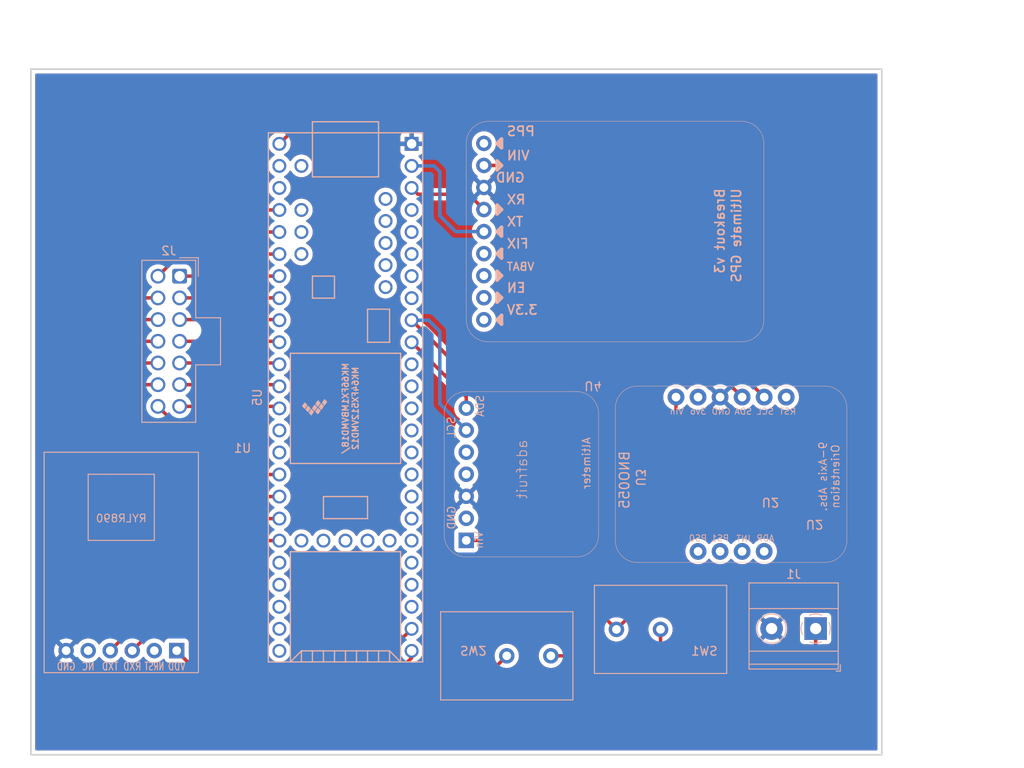
<source format=kicad_pcb>
(kicad_pcb (version 20211014) (generator pcbnew)
  (title_block (title "Ordinateur de bord de l'Espoir") (date "2022-06-01") (rev "3") (company "Top Aéro") (comment 1 "Projet Zéphyr") (comment 2 "Mohamed-iadh BANI & Théo TUGAYE") (comment 3 "<mohamed-iadh.bani@top-aero.com> <theo.tugaye@top-aero.com>"))
  (layers (0 "F.Cu" signal) (31 "B.Cu" signal) (34 "B.Paste" user) (35 "F.Paste" user) (36 "B.SilkS" user "B.Silkscreen") (37 "F.SilkS" user "F.Silkscreen") (38 "B.Mask" user) (39 "F.Mask" user) (44 "Edge.Cuts" user))
  (net 0 "")
  (net 1 "Net-(J1-Pad1)")
  (net 2 "GND")
  (net 3 "/A6")
  (net 4 "/A5")
  (net 5 "/A4")
  (net 6 "/A3")
  (net 7 "/A2")
  (net 8 "/A1")
  (net 9 "/A0")
  (net 10 "/A7")
  (net 11 "/A8")
  (net 12 "/A9")
  (net 13 "/A19")
  (net 14 "/A20")
  (net 15 "/A21")
  (net 16 "/A22")
  (net 17 "+5V")
  (net 18 "Net-(SW2-Pad1)")
  (net 20 "Net-(U1-Pad3)")
  (net 21 "Net-(U1-Pad4)")
  (net 24 "Net-(U2-Pad4)")
  (net 25 "Net-(U2-Pad5)")
  (net 35 "Net-(U4-Pad6)")
  (net 76 "Net-(U4-Pad5)")
  (footprint "common_misc:SW" (layer "B.Cu") (at 180.372 116.2395 180)
    (fp_text reference "SW1" (at 2.572 -7.585 unlocked) (layer "B.SilkS") (effects (justify mirror)))
    (fp_text value "SW_SPST")
    (fp_line (start 15.24 0) (end 15.24 -10.16) (layer "B.SilkS") (width 0.12))
    (fp_line (start 0 0) (end 15.24 0) (layer "B.SilkS") (width 0.12))
    (fp_line (start 15.24 -10.16) (end 0 -10.16) (layer "B.SilkS") (width 0.12))
    (fp_line (start 0 -10.16) (end 0 0) (layer "B.SilkS") (width 0.12))
    (pad "1" thru_hole circle (at 7.62 -5.08 90) (size 1.778 1.778) (drill 1) (layers *.Cu *.Mask) (net 1 "Net-(J1-Pad1)"))
    (pad "2" thru_hole circle (at 12.7 -5.08 90) (size 1.778 1.778) (drill 1) (layers *.Cu *.Mask) (net 17 "+5V"))
  )
  (footprint "common_misc:SW" (layer "B.Cu") (at 147.415 129.445)
    (fp_text reference "SW2" (at 3.772074 -5.707156 -180 unlocked) (layer "B.SilkS") (effects (justify mirror)))
    (fp_text value "SW_SPST")
    (fp_line (start 0 -10.16) (end 0 0) (layer "B.SilkS") (width 0.12))
    (fp_line (start 0 0) (end 15.24 0) (layer "B.SilkS") (width 0.12))
    (fp_line (start 15.24 -10.16) (end 0 -10.16) (layer "B.SilkS") (width 0.12))
    (fp_line (start 15.24 0) (end 15.24 -10.16) (layer "B.SilkS") (width 0.12))
    (pad "1" thru_hole circle (at 7.62 -5.08 270) (size 1.778 1.778) (drill 1) (layers *.Cu *.Mask) (net 18 "Net-(SW2-Pad1)"))
    (pad "2" thru_hole circle (at 12.7 -5.08 270) (size 1.778 1.778) (drill 1) (layers *.Cu *.Mask) (net 1 "Net-(J1-Pad1)"))
  )
  (footprint "TerminalBlock_Phoenix:TerminalBlock_Phoenix_MKDS-1,5-2-5.08_1x02_P5.08mm_Horizontal" (layer "B.Cu") (at 190.627 121.2245 180)
    (fp_text reference "J1" (at 2.54 6.26) (layer "B.SilkS") (effects (justify mirror)))
    (fp_text value "Screw_Terminal_01x02")
    (fp_line (start 4.046 -1.239) (end 4.011 -1.274) (layer "B.SilkS") (width 0.12))
    (fp_line (start -2.6 -4.1) (end 7.68 -4.1) (layer "B.SilkS") (width 0.12))
    (fp_line (start -2.84 -4.16) (end -2.84 -4.9) (layer "B.SilkS") (width 0.12))
    (fp_line (start 3.853 -1.023) (end 3.806 -1.069) (layer "B.SilkS") (width 0.12))
    (fp_line (start -2.6 -4.66) (end 7.68 -4.66) (layer "B.SilkS") (width 0.12))
    (fp_line (start -2.6 -2.6) (end 7.68 -2.6) (layer "B.SilkS") (width 0.12))
    (fp_line (start 7.68 5.261) (end 7.68 -4.66) (layer "B.SilkS") (width 0.12))
    (fp_line (start 6.355 1.069) (end 6.308 1.023) (layer "B.SilkS") (width 0.12))
    (fp_line (start -2.84 -4.9) (end -2.34 -4.9) (layer "B.SilkS") (width 0.12))
    (fp_line (start 6.15 1.275) (end 6.115 1.239) (layer "B.SilkS") (width 0.12))
    (fp_line (start -2.6 2.301) (end 7.68 2.301) (layer "B.SilkS") (width 0.12))
    (fp_line (start -2.6 5.261) (end -2.6 -4.66) (layer "B.SilkS") (width 0.12))
    (fp_line (start -2.6 5.261) (end 7.68 5.261) (layer "B.SilkS") (width 0.12))
    (fp_arc (start -1.535 0.684) (mid -1.680501 0.000524) (end -1.535427 -0.683042) (layer "B.SilkS") (width 0.12))
    (fp_arc (start 1.535 -0.684) (mid 1.6805 -0.000524) (end 1.535427 0.683042) (layer "B.SilkS") (width 0.12))
    (fp_arc (start 0.684 1.535) (mid 0.000524 1.680501) (end -0.683042 1.535427) (layer "B.SilkS") (width 0.12))
    (fp_arc (start 0 -1.68) (mid 0.349292 -1.643288) (end 0.683318 -1.534756) (layer "B.SilkS") (width 0.12))
    (fp_arc (start -0.684 -1.535) (mid -0.335551 -1.646659) (end 0.028805 -1.680253) (layer "B.SilkS") (width 0.12))
    (fp_circle (center 5.08 0) (end 6.76 0) (layer "B.SilkS") (width 0.12) (fill none))
    (pad "1" thru_hole rect (at 0 0 180) (size 2.6 2.6) (drill 1.3) (layers *.Cu *.Mask) (net 1 "Net-(J1-Pad1)"))
    (pad "2" thru_hole circle (at 5.08 0 180) (size 2.6 2.6) (drill 1.3) (layers *.Cu *.Mask) (net 2 "GND"))
  )
  (footprint "Adafruit_sensors:Ultimate_GPS" (layer "B.Cu") (at 164.973 75.484442)
    (fp_text reference "U4" (at 0 17.78 180 unlocked) (layer "B.SilkS") (effects (justify mirror)))
    (fp_text value "Ultimate_GPS")
    (fp_text user "Ultimate GPS" (at 17.145 -5.08 -90) (layer "B.SilkS") (effects (font (size 1.0795 1.0795) (thickness 0.1905)) (justify left bottom mirror)))
    (fp_text user "VBAT" (at -10.033 4.572 180) (layer "B.SilkS") (effects (font (size 0.90678 0.90678) (thickness 0.16002)) (justify right bottom mirror)))
    (fp_text user "GND" (at -11.303 -5.588 180) (layer "B.SilkS") (effects (font (size 1.0795 1.0795) (thickness 0.1905)) (justify right bottom mirror)))
    (fp_text user "Breakout v3" (at 15.24 -5.08 -90) (layer "B.SilkS") (effects (font (size 1.0795 1.0795) (thickness 0.1905)) (justify left bottom mirror)))
    (fp_text user "VIN" (at -10.033 -8.128 180) (layer "B.SilkS") (effects (font (size 1.0795 1.0795) (thickness 0.1905)) (justify right bottom mirror)))
    (fp_text user "FIX" (at -10.033 2.032 180) (layer "B.SilkS") (effects (font (size 1.0795 1.0795) (thickness 0.1905)) (justify right bottom mirror)))
    (fp_text user "PPS" (at -10.033 -10.922 180) (layer "B.SilkS") (effects (font (size 1.0795 1.0795) (thickness 0.1905)) (justify right bottom mirror)))
    (fp_text user "TX" (at -10.033 -0.508 180) (layer "B.SilkS") (effects (font (size 1.0795 1.0795) (thickness 0.1905)) (justify right bottom mirror)))
    (fp_text user "RX" (at -10.033 -3.048 180) (layer "B.SilkS") (effects (font (size 1.0795 1.0795) (thickness 0.1905)) (justify right bottom mirror)))
    (fp_text user "3.3V" (at -10.033 9.652 180) (layer "B.SilkS") (effects (font (size 1.0795 1.0795) (thickness 0.1905)) (justify right bottom mirror)))
    (fp_text user "EN" (at -10.033 7.112 180) (layer "B.SilkS") (effects (font (size 1.0795 1.0795) (thickness 0.1905)) (justify right bottom mirror)))
    (fp_line (start -11.049 8.128) (end -11.049 7.112) (layer "B.SilkS") (width 0.4064))
    (fp_line (start -11.049 5.588) (end -11.049 4.572) (layer "B.SilkS") (width 0.4064))
    (fp_line (start -10.541 -0.508) (end -10.541 0.508) (layer "B.SilkS") (width 0.4064))
    (fp_line (start -10.541 5.08) (end -11.049 5.588) (layer "B.SilkS") (width 0.4064))
    (fp_line (start -10.541 0.508) (end -11.049 0) (layer "B.SilkS") (width 0.4064))
    (fp_line (start -11.049 2.54) (end -10.541 2.032) (layer "B.SilkS") (width 0.4064))
    (fp_line (start -11.049 -7.112) (end -11.049 -8.128) (layer "B.SilkS") (width 0.4064))
    (fp_line (start -14.605 -10.16) (end -14.605 10.16) (layer "B.SilkS") (width 0.05))
    (fp_line (start -12.065 12.7) (end 17.145 12.7) (layer "B.SilkS") (width 0.05))
    (fp_line (start -10.541 -2.54) (end -11.049 -2.032) (layer "B.SilkS") (width 0.4064))
    (fp_line (start -11.049 0) (end -10.541 -0.508) (layer "B.SilkS") (width 0.4064))
    (fp_line (start -10.541 2.032) (end -10.541 3.048) (layer "B.SilkS") (width 0.4064))
    (fp_line (start -10.541 9.652) (end -10.541 10.668) (layer "B.SilkS") (width 0.4064))
    (fp_line (start -10.541 10.668) (end -11.049 10.16) (layer "B.SilkS") (width 0.4064))
    (fp_line (start -11.049 7.112) (end -10.541 7.62) (layer "B.SilkS") (width 0.4064))
    (fp_line (start -11.049 -8.128) (end -10.541 -7.62) (layer "B.SilkS") (width 0.4064))
    (fp_line (start -10.541 3.048) (end -11.049 2.54) (layer "B.SilkS") (width 0.4064))
    (fp_line (start -10.541 -9.652) (end -11.049 -10.16) (layer "B.SilkS") (width 0.4064))
    (fp_line (start -11.049 -10.16) (end -10.541 -10.668) (layer "B.SilkS") (width 0.4064))
    (fp_line (start -11.049 4.572) (end -10.541 5.08) (layer "B.SilkS") (width 0.4064))
    (fp_line (start 17.145 -12.7) (end -12.065 -12.7) (layer "B.SilkS") (width 0.05))
    (fp_line (start -10.541 7.62) (end -11.049 8.128) (layer "B.SilkS") (width 0.4064))
    (fp_line (start -11.049 -2.032) (end -11.049 -3.048) (layer "B.SilkS") (width 0.4064))
    (fp_line (start -10.541 -10.668) (end -10.541 -9.652) (layer "B.SilkS") (width 0.4064))
    (fp_line (start -10.541 -7.62) (end -11.049 -7.112) (layer "B.SilkS") (width 0.4064))
    (fp_line (start -11.049 -3.048) (end -10.541 -2.54) (layer "B.SilkS") (width 0.4064))
    (fp_line (start -11.049 10.16) (end -10.541 9.652) (layer "B.SilkS") (width 0.4064))
    (fp_line (start 19.685 10.16) (end 19.685 -10.16) (layer "B.SilkS") (width 0.05))
    (fp_arc (start -12.065 12.7) (mid -13.861051 11.956051) (end -14.605 10.16) (layer "B.SilkS") (width 0.05))
    (fp_arc (start 17.145 -12.7) (mid 18.941051 -11.956051) (end 19.685 -10.16) (layer "B.SilkS") (width 0.05))
    (fp_arc (start 19.685 10.16) (mid 18.941051 11.956051) (end 17.145 12.7) (layer "B.SilkS") (width 0.05))
    (fp_arc (start -14.605 -10.16) (mid -13.861051 -11.956051) (end -12.065 -12.7) (layer "B.SilkS") (width 0.05))
    (pad "1" thru_hole circle (at -12.573 10.16 180) (size 1.778 1.778) (drill 1) (layers *.Cu *.Mask))
    (pad "2" thru_hole circle (at -12.573 7.62 180) (size 1.778 1.778) (drill 1) (layers *.Cu *.Mask))
    (pad "3" thru_hole circle (at -12.573 5.08 180) (size 1.778 1.778) (drill 1) (layers *.Cu *.Mask))
    (pad "4" thru_hole circle (at -12.573 2.54 180) (size 1.778 1.778) (drill 1) (layers *.Cu *.Mask))
    (pad "5" thru_hole circle (at -12.573 0 180) (size 1.778 1.778) (drill 1) (layers *.Cu *.Mask) (net 76 "Net-(U4-Pad5)"))
    (pad "6" thru_hole circle (at -12.573 -2.54 180) (size 1.778 1.778) (drill 1) (layers *.Cu *.Mask) (net 35 "Net-(U4-Pad6)"))
    (pad "7" thru_hole circle (at -12.573 -5.08 180) (size 1.778 1.778) (drill 1) (layers *.Cu *.Mask) (net 2 "GND"))
    (pad "8" thru_hole circle (at -12.573 -7.62 180) (size 1.778 1.778) (drill 1) (layers *.Cu *.Mask) (net 17 "+5V"))
    (pad "9" thru_hole circle (at -12.573 -10.16 180) (size 1.778 1.778) (drill 1) (layers *.Cu *.Mask))
  )
  (footprint "teensy:Teensy35_36" (layer "B.Cu") (at 144.074067 95.854442 -90)
    (fp_text reference "U5" (at -1.27 17.78 90) (layer "B.SilkS") (effects (justify mirror)))
    (fp_text value "Teensy3.5")
    (fp_text user "MK64FX512VMD12" (at 0 6.477 90) (layer "B.SilkS") (effects (font (size 0.7 0.7)) (justify mirror)))
    (fp_text user "MK66FX1MBVMD18/" (at 0 7.62 90) (layer "B.SilkS") (effects (font (size 0.7 0.7)) (justify mirror)))
    (fp_line (start -33.02 11.43) (end -31.75 11.43) (layer "B.SilkS") (width 0.15))
    (fp_line (start -6.35 13.97) (end -6.35 1.27) (layer "B.SilkS") (width 0.15))
    (fp_line (start -33.02 3.81) (end -33.02 11.43) (layer "B.SilkS") (width 0.15))
    (fp_line (start 27.94 12.7) (end 29.21 12.7) (layer "B.SilkS") (width 0.15))
    (fp_line (start -6.35 1.27) (end 6.35 1.27) (layer "B.SilkS") (width 0.15))
    (fp_line (start 29.21 16.51) (end 29.21 -1.27) (layer "B.SilkS") (width 0.15))
    (fp_line (start 27.94 11.43) (end 29.21 11.43) (layer "B.SilkS") (width 0.15))
    (fp_line (start 27.94 7.62) (end 29.21 7.62) (layer "B.SilkS") (width 0.15))
    (fp_line (start -11.43 5.08) (end -7.62 5.08) (layer "B.SilkS") (width 0.15))
    (fp_line (start 27.94 2.54) (end 29.21 2.54) (layer "B.SilkS") (width 0.15))
    (fp_line (start 12.7 5.08) (end 10.16 5.08) (layer "B.SilkS") (width 0.15))
    (fp_line (start 27.94 8.89) (end 29.21 8.89) (layer "B.SilkS") (width 0.15))
    (fp_line (start 27.94 3.81) (end 29.21 3.81) (layer "B.SilkS") (width 0.15))
    (fp_line (start -26.67 11.43) (end -31.75 11.43) (layer "B.SilkS") (width 0.15))
    (fp_line (start 10.16 5.08) (end 10.16 10.16) (layer "B.SilkS") (width 0.15))
    (fp_line (start -12.7 11.43) (end -15.24 11.43) (layer "B.SilkS") (width 0.15))
    (fp_line (start 16.51 13.97) (end 16.51 1.27) (layer "B.SilkS") (width 0.15))
    (fp_line (start -31.75 3.81) (end -33.02 3.81) (layer "B.SilkS") (width 0.15))
    (fp_line (start -7.62 2.54) (end -11.43 2.54) (layer "B.SilkS") (width 0.15))
    (fp_line (start 29.21 13.97) (end 16.51 13.97) (layer "B.SilkS") (width 0.15))
    (fp_line (start -31.75 -1.27) (end -31.75 16.51) (layer "B.SilkS") (width 0.15))
    (fp_line (start 29.21 16.51) (end -31.75 16.51) (layer "B.SilkS") (width 0.15))
    (fp_line (start 27.94 5.08) (end 29.21 5.08) (layer "B.SilkS") (width 0.15))
    (fp_line (start 27.94 10.16) (end 29.21 10.16) (layer "B.SilkS") (width 0.15))
    (fp_line (start 6.35 1.27) (end 6.35 13.97) (layer "B.SilkS") (width 0.15))
    (fp_line (start 27.94 2.54) (end 27.94 12.7) (layer "B.SilkS") (width 0.15))
    (fp_line (start -31.75 -1.27) (end 29.21 -1.27) (layer "B.SilkS") (width 0.15))
    (fp_line (start -15.24 11.43) (end -15.24 8.89) (layer "B.SilkS") (width 0.15))
    (fp_line (start -11.43 2.54) (end -11.43 5.08) (layer "B.SilkS") (width 0.15))
    (fp_line (start -26.67 3.81) (end -31.75 3.81) (layer "B.SilkS") (width 0.15))
    (fp_line (start 27.94 12.7) (end 29.21 13.97) (layer "B.SilkS") (width 0.15))
    (fp_line (start 12.7 10.16) (end 12.7 5.08) (layer "B.SilkS") (width 0.15))
    (fp_line (start 27.94 6.35) (end 29.21 6.35) (layer "B.SilkS") (width 0.15))
    (fp_line (start -26.67 3.81) (end -26.67 11.43) (layer "B.SilkS") (width 0.15))
    (fp_line (start 16.51 1.27) (end 29.21 1.27) (layer "B.SilkS") (width 0.15))
    (fp_line (start 29.21 1.27) (end 27.94 2.54) (layer "B.SilkS") (width 0.15))
    (fp_line (start 10.16 10.16) (end 12.7 10.16) (layer "B.SilkS") (width 0.15))
    (fp_line (start -15.24 8.89) (end -12.7 8.89) (layer "B.SilkS") (width 0.15))
    (fp_line (start -7.62 5.08) (end -7.62 2.54) (layer "B.SilkS") (width 0.15))
    (fp_line (start -6.35 13.97) (end 6.35 13.97) (layer "B.SilkS") (width 0.15))
    (fp_line (start -12.7 8.89) (end -12.7 11.43) (layer "B.SilkS") (width 0.15))
    (fp_poly (pts (xy 0.508 11.811) (xy 0.762 11.557) (xy 0.381 11.303) (xy 0.127 11.557)) (layer "B.SilkS") (width 0.1) (fill solid))
    (fp_poly (pts (xy -0.508 11.049) (xy -0.254 10.795) (xy -0.635 10.541) (xy -0.889 10.795)) (layer "B.SilkS") (width 0.1) (fill solid))
    (fp_poly (pts (xy -0.254 12.573) (xy 0 12.319) (xy -0.381 12.065) (xy -0.635 12.319)) (layer "B.SilkS") (width 0.1) (fill solid))
    (fp_poly (pts (xy -0.127 10.668) (xy 0.127 10.414) (xy -0.254 10.16) (xy -0.508 10.414)) (layer "B.SilkS") (width 0.1) (fill solid))
    (fp_poly (pts (xy 0 11.43) (xy 0.254 11.176) (xy -0.127 10.922) (xy -0.381 11.176)) (layer "B.SilkS") (width 0.1) (fill solid))
    (fp_poly (pts (xy 0.127 12.192) (xy 0.381 11.938) (xy 0 11.684) (xy -0.254 11.938)) (layer "B.SilkS") (width 0.1) (fill solid))
    (fp_poly (pts (xy 0.381 11.049) (xy 0.635 10.795) (xy 0.254 10.541) (xy 0 10.795)) (layer "B.SilkS") (width 0.1) (fill solid))
    (fp_poly (pts (xy -0.635 10.287) (xy -0.381 10.033) (xy -0.762 9.779) (xy -1.016 10.033)) (layer "B.SilkS") (width 0.1) (fill solid))
    (pad "1" thru_hole rect (at -30.48 0 270) (size 1.6 1.6) (drill 1.1) (layers *.Cu *.Mask) (net 2 "GND"))
    (pad "2" thru_hole circle (at -27.94 0 270) (size 1.6 1.6) (drill 1.1) (layers *.Cu *.Mask) (net 76 "Net-(U4-Pad5)"))
    (pad "3" thru_hole circle (at -25.4 0 270) (size 1.6 1.6) (drill 1.1) (layers *.Cu *.Mask) (net 35 "Net-(U4-Pad6)"))
    (pad "4" thru_hole circle (at -22.86 0 270) (size 1.6 1.6) (drill 1.1) (layers *.Cu *.Mask))
    (pad "5" thru_hole circle (at -20.32 0 270) (size 1.6 1.6) (drill 1.1) (layers *.Cu *.Mask))
    (pad "6" thru_hole circle (at -17.78 0 270) (size 1.6 1.6) (drill 1.1) (layers *.Cu *.Mask))
    (pad "7" thru_hole circle (at -15.24 0 270) (size 1.6 1.6) (drill 1.1) (layers *.Cu *.Mask))
    (pad "8" thru_hole circle (at -12.7 0 270) (size 1.6 1.6) (drill 1.1) (layers *.Cu *.Mask))
    (pad "9" thru_hole circle (at -10.16 0 270) (size 1.6 1.6) (drill 1.1) (layers *.Cu *.Mask) (net 25 "Net-(U2-Pad5)"))
    (pad "10" thru_hole circle (at -7.62 0 270) (size 1.6 1.6) (drill 1.1) (layers *.Cu *.Mask) (net 24 "Net-(U2-Pad4)"))
    (pad "11" thru_hole circle (at -5.08 0 270) (size 1.6 1.6) (drill 1.1) (layers *.Cu *.Mask))
    (pad "12" thru_hole circle (at -2.54 0 270) (size 1.6 1.6) (drill 1.1) (layers *.Cu *.Mask))
    (pad "13" thru_hole circle (at 0 0 270) (size 1.6 1.6) (drill 1.1) (layers *.Cu *.Mask))
    (pad "14" thru_hole circle (at 2.54 0 270) (size 1.6 1.6) (drill 1.1) (layers *.Cu *.Mask))
    (pad "15" thru_hole circle (at 5.08 0 270) (size 1.6 1.6) (drill 1.1) (layers *.Cu *.Mask))
    (pad "16" thru_hole circle (at 7.62 0 270) (size 1.6 1.6) (drill 1.1) (layers *.Cu *.Mask))
    (pad "17" thru_hole circle (at 10.16 0 270) (size 1.6 1.6) (drill 1.1) (layers *.Cu *.Mask))
    (pad "18" thru_hole circle (at 12.7 0 270) (size 1.6 1.6) (drill 1.1) (layers *.Cu *.Mask))
    (pad "19" thru_hole circle (at 15.24 0 270) (size 1.6 1.6) (drill 1.1) (layers *.Cu *.Mask))
    (pad "20" thru_hole circle (at 17.78 0 270) (size 1.6 1.6) (drill 1.1) (layers *.Cu *.Mask))
    (pad "21" thru_hole circle (at 20.32 0 270) (size 1.6 1.6) (drill 1.1) (layers *.Cu *.Mask))
    (pad "22" thru_hole circle (at 22.86 0 270) (size 1.6 1.6) (drill 1.1) (layers *.Cu *.Mask))
    (pad "23" thru_hole circle (at 25.4 0 270) (size 1.6 1.6) (drill 1.1) (layers *.Cu *.Mask) (net 21 "Net-(U1-Pad4)"))
    (pad "24" thru_hole circle (at 27.94 0 270) (size 1.6 1.6) (drill 1.1) (layers *.Cu *.Mask) (net 20 "Net-(U1-Pad3)"))
    (pad "25" thru_hole circle (at 15.24 2.54 270) (size 1.6 1.6) (drill 1.1) (layers *.Cu *.Mask))
    (pad "26" thru_hole circle (at 15.24 5.08 270) (size 1.6 1.6) (drill 1.1) (layers *.Cu *.Mask))
    (pad "27" thru_hole circle (at 15.24 7.62 270) (size 1.6 1.6) (drill 1.1) (layers *.Cu *.Mask))
    (pad "28" thru_hole circle (at 15.24 10.16 270) (size 1.6 1.6) (drill 1.1) (layers *.Cu *.Mask))
    (pad "29" thru_hole circle (at 15.24 12.7 270) (size 1.6 1.6) (drill 1.1) (layers *.Cu *.Mask))
    (pad "30" thru_hole circle (at 27.94 15.24 270) (size 1.6 1.6) (drill 1.1) (layers *.Cu *.Mask))
    (pad "31" thru_hole circle (at 25.4 15.24 270) (size 1.6 1.6) (drill 1.1) (layers *.Cu *.Mask))
    (pad "32" thru_hole circle (at 22.86 15.24 270) (size 1.6 1.6) (drill 1.1) (layers *.Cu *.Mask))
    (pad "33" thru_hole circle (at 20.32 15.24 270) (size 1.6 1.6) (drill 1.1) (layers *.Cu *.Mask))
    (pad "34" thru_hole circle (at 17.78 15.24 270) (size 1.6 1.6) (drill 1.1) (layers *.Cu *.Mask))
    (pad "35" thru_hole circle (at 15.24 15.24 270) (size 1.6 1.6) (drill 1.1) (layers *.Cu *.Mask) (net 13 "/A19"))
    (pad "36" thru_hole circle (at 12.7 15.24 270) (size 1.6 1.6) (drill 1.1) (layers *.Cu *.Mask) (net 14 "/A20"))
    (pad "37" thru_hole circle (at 10.16 15.24 270) (size 1.6 1.6) (drill 1.1) (layers *.Cu *.Mask) (net 15 "/A21"))
    (pad "38" thru_hole circle (at 7.62 15.24 270) (size 1.6 1.6) (drill 1.1) (layers *.Cu *.Mask) (net 16 "/A22"))
    (pad "39" thru_hole circle (at 5.08 15.24 270) (size 1.6 1.6) (drill 1.1) (layers *.Cu *.Mask))
    (pad "40" thru_hole circle (at 2.54 15.24 270) (size 1.6 1.6) (drill 1.1) (layers *.Cu *.Mask))
    (pad "41" thru_hole circle (at 0 15.24 270) (size 1.6 1.6) (drill 1.1) (layers *.Cu *.Mask) (net 9 "/A0"))
    (pad "42" thru_hole circle (at -2.54 15.24 270) (size 1.6 1.6) (drill 1.1) (layers *.Cu *.Mask) (net 8 "/A1"))
    (pad "43" thru_hole circle (at -5.08 15.24 270) (size 1.6 1.6) (drill 1.1) (layers *.Cu *.Mask) (net 7 "/A2"))
    (pad "44" thru_hole circle (at -7.62 15.24 270) (size 1.6 1.6) (drill 1.1) (layers *.Cu *.Mask) (net 6 "/A3"))
    (pad "45" thru_hole circle (at -10.16 15.24 270) (size 1.6 1.6) (drill 1.1) (layers *.Cu *.Mask) (net 5 "/A4"))
    (pad "46" thru_hole circle (at -12.7 15.24 270) (size 1.6 1.6) (drill 1.1) (layers *.Cu *.Mask) (net 4 "/A5"))
    (pad "47" thru_hole circle (at -15.24 15.24 270) (size 1.6 1.6) (drill 1.1) (layers *.Cu *.Mask) (net 3 "/A6"))
    (pad "48" thru_hole circle (at -17.78 15.24 270) (size 1.6 1.6) (drill 1.1) (layers *.Cu *.Mask) (net 10 "/A7"))
    (pad "49" thru_hole circle (at -20.32 15.24 270) (size 1.6 1.6) (drill 1.1) (layers *.Cu *.Mask) (net 11 "/A8"))
    (pad "50" thru_hole circle (at -22.86 15.24 270) (size 1.6 1.6) (drill 1.1) (layers *.Cu *.Mask) (net 12 "/A9"))
    (pad "51" thru_hole circle (at -25.4 15.24 270) (size 1.6 1.6) (drill 1.1) (layers *.Cu *.Mask))
    (pad "52" thru_hole circle (at -27.94 15.24 270) (size 1.6 1.6) (drill 1.1) (layers *.Cu *.Mask))
    (pad "53" thru_hole circle (at -30.48 15.24 270) (size 1.6 1.6) (drill 1.1) (layers *.Cu *.Mask) (net 17 "+5V"))
    (pad "54" thru_hole circle (at -27.94 12.7 270) (size 1.6 1.6) (drill 1.1) (layers *.Cu *.Mask))
    (pad "55" thru_hole circle (at -22.86 12.7 270) (size 1.6 1.6) (drill 1.1) (layers *.Cu *.Mask))
    (pad "56" thru_hole circle (at -20.32 12.7 270) (size 1.6 1.6) (drill 1.1) (layers *.Cu *.Mask))
    (pad "57" thru_hole circle (at -17.78 12.7 270) (size 1.6 1.6) (drill 1.1) (layers *.Cu *.Mask))
    (pad "58" thru_hole circle (at -24.13 3 270) (size 1.6 1.6) (drill 1.1) (layers *.Cu *.Mask))
    (pad "59" thru_hole circle (at -21.59 3 270) (size 1.6 1.6) (drill 1.1) (layers *.Cu *.Mask))
    (pad "60" thru_hole circle (at -19.05 3 270) (size 1.6 1.6) (drill 1.1) (layers *.Cu *.Mask))
    (pad "61" thru_hole circle (at -16.51 3 270) (size 1.6 1.6) (drill 1.1) (layers *.Cu *.Mask))
    (pad "62" thru_hole circle (at -13.97 3 270) (size 1.6 1.6) (drill 1.1) (layers *.Cu *.Mask))
  )
  (footprint "reyax:RYLR896" (layer "B.Cu") (at 111.887 116.1445 180)
    (fp_text reference "U1" (at -12.7 15.7 unlocked) (layer "B.SilkS") (effects (justify mirror)))
    (fp_text value "REYAX RYLR896")
    (fp_text user "NC" (at 5.08 -9.441948) (layer "B.SilkS") (effects (font (size 0.89408 0.7) (thickness 0.12192)) (justify mirror)))
    (fp_text user "VDD" (at -5.12 -9.441948) (layer "B.SilkS") (effects (font (size 0.89408 0.7) (thickness 0.12192)) (justify mirror)))
    (fp_text user "GND" (at 7.62 -9.441948) (layer "B.SilkS") (effects (font (size 0.89408 0.7) (thickness 0.12192)) (justify mirror)))
    (fp_text user "RYLR890" (at 1.27 7.62) (layer "B.SilkS") (effects (font (size 0.89408 0.89408) (thickness 0.12192)) (justify mirror)))
    (fp_text user "TXD" (at 2.54 -9.441948) (layer "B.SilkS") (effects (font (size 0.89408 0.7) (thickness 0.12192)) (justify mirror)))
    (fp_text user "RXD" (at 0 -9.441948) (layer "B.SilkS") (effects (font (size 0.89408 0.7) (thickness 0.12192)) (justify mirror)))
    (fp_text user "NRST" (at -2.54 -9.441948) (layer "B.SilkS") (effects (font (size 0.89408 0.6) (thickness 0.12192)) (justify mirror)))
    (fp_line (start -2.54 5.08) (end -2.54 12.7) (layer "B.SilkS") (width 0.12))
    (fp_line (start 5.08 5.08) (end -2.54 5.08) (layer "B.SilkS") (width 0.12))
    (fp_line (start -2.54 12.7) (end 2.54 12.7) (layer "B.SilkS") (width 0.12))
    (fp_line (start 5.08 12.7) (end 5.08 5.08) (layer "B.SilkS") (width 0.12))
    (fp_line (start 2.54 12.7) (end 5.08 12.7) (layer "B.SilkS") (width 0.12))
    (fp_rect (start -7.62 15.24) (end 10.16 -10.16) (layer "B.SilkS") (width 0.12) (fill none))
    (pad "1" thru_hole rect (at -5.12 -7.62 90) (size 1.778 1.778) (drill 1) (layers *.Cu *.Mask) (net 18 "Net-(SW2-Pad1)"))
    (pad "2" thru_hole circle (at -2.54 -7.62 90) (size 1.778 1.778) (drill 1) (layers *.Cu *.Mask))
    (pad "3" thru_hole circle (at 0 -7.62 90) (size 1.778 1.778) (drill 1) (layers *.Cu *.Mask) (net 20 "Net-(U1-Pad3)"))
    (pad "4" thru_hole circle (at 2.54 -7.62 90) (size 1.778 1.778) (drill 1) (layers *.Cu *.Mask) (net 21 "Net-(U1-Pad4)"))
    (pad "5" thru_hole circle (at 5.08 -7.62 90) (size 1.778 1.778) (drill 1) (layers *.Cu *.Mask))
    (pad "6" thru_hole circle (at 7.62 -7.62 90) (size 1.778 1.778) (drill 1) (layers *.Cu *.Mask) (net 2 "GND"))
  )
  (footprint "Connector_Molex:Molex_Nano-Fit_105310-xx14_2x07_P2.50mm_Vertical" (layer "B.Cu") (at 117.345094 80.6245 180)
    (fp_text reference "J2" (at 1.25 2.92) (layer "B.SilkS") (effects (justify mirror)))
    (fp_text value "Conn_02x07_Top_Bottom")
    (fp_line (start 4.35 -7.5) (end 4.35 1.83) (layer "B.SilkS") (width 0.12))
    (fp_line (start 4.35 -7.5) (end 4.35 -16.83) (layer "B.SilkS") (width 0.12))
    (fp_line (start -1.85 -4.79) (end -4.71 -4.79) (layer "B.SilkS") (width 0.12))
    (fp_line (start 4.35 -16.83) (end -1.85 -16.83) (layer "B.SilkS") (width 0.12))
    (fp_line (start -1.85 -10.21) (end -4.71 -10.21) (layer "B.SilkS") (width 0.12))
    (fp_line (start -1.85 1.83) (end -1.85 -4.79) (layer "B.SilkS") (width 0.12))
    (fp_line (start -1.85 -16.83) (end -1.85 -10.21) (layer "B.SilkS") (width 0.12))
    (fp_line (start 0 2.13) (end -2.15 2.13) (layer "B.SilkS") (width 0.12))
    (fp_line (start -2.15 2.13) (end -2.15 0) (layer "B.SilkS") (width 0.12))
    (fp_line (start 4.35 1.83) (end -1.85 1.83) (layer "B.SilkS") (width 0.12))
    (fp_line (start -4.71 -4.79) (end -4.71 -7.5) (layer "B.SilkS") (width 0.12))
    (fp_line (start -4.71 -10.21) (end -4.71 -7.5) (layer "B.SilkS") (width 0.12))
    (pad "" np_thru_hole circle (at -1.34 -6.25 180) (size 1.3 1.3) (drill 1.3) (layers *.Cu *.Mask))
    (pad "1" thru_hole roundrect (at 0 0 180) (size 1.7 1.7) (drill 1.2) (layers *.Cu *.Mask) (roundrect_rratio 0.1470588235) (net 3 "/A6"))
    (pad "2" thru_hole circle (at 0 -2.5 180) (size 1.7 1.7) (drill 1.2) (layers *.Cu *.Mask) (net 4 "/A5"))
    (pad "3" thru_hole circle (at 0 -5 180) (size 1.7 1.7) (drill 1.2) (layers *.Cu *.Mask) (net 5 "/A4"))
    (pad "4" thru_hole circle (at 0 -7.5 180) (size 1.7 1.7) (drill 1.2) (layers *.Cu *.Mask) (net 6 "/A3"))
    (pad "5" thru_hole circle (at 0 -10 180) (size 1.7 1.7) (drill 1.2) (layers *.Cu *.Mask) (net 7 "/A2"))
    (pad "6" thru_hole circle (at 0 -12.5 180) (size 1.7 1.7) (drill 1.2) (layers *.Cu *.Mask) (net 8 "/A1"))
    (pad "7" thru_hole circle (at 0 -15 180) (size 1.7 1.7) (drill 1.2) (layers *.Cu *.Mask) (net 9 "/A0"))
    (pad "8" thru_hole circle (at 2.5 0 180) (size 1.7 1.7) (drill 1.2) (layers *.Cu *.Mask) (net 10 "/A7"))
    (pad "9" thru_hole circle (at 2.5 -2.5 180) (size 1.7 1.7) (drill 1.2) (layers *.Cu *.Mask) (net 11 "/A8"))
    (pad "10" thru_hole circle (at 2.5 -5 180) (size 1.7 1.7) (drill 1.2) (layers *.Cu *.Mask) (net 12 "/A9"))
    (pad "11" thru_hole circle (at 2.5 -7.5 180) (size 1.7 1.7) (drill 1.2) (layers *.Cu *.Mask) (net 13 "/A19"))
    (pad "12" thru_hole circle (at 2.5 -10 180) (size 1.7 1.7) (drill 1.2) (layers *.Cu *.Mask) (net 14 "/A20"))
    (pad "13" thru_hole circle (at 2.5 -12.5 180) (size 1.7 1.7) (drill 1.2) (layers *.Cu *.Mask) (net 15 "/A21"))
    (pad "14" thru_hole circle (at 2.5 -15 180) (size 1.7 1.7) (drill 1.2) (layers *.Cu *.Mask) (net 16 "/A22"))
  )
  (footprint "Adafruit_sensors:MPL3115A2" (layer "B.Cu") (at 152.654 103.8255 90)
    (fp_text reference "U3" (at 0 17.78 270 unlocked) (layer "B.SilkS") (effects (justify mirror)))
    (fp_text value "MPL3115A")
    (fp_text user "SCL" (at 5.781 -4.013 270) (layer "B.SilkS") (effects (font (size 0.89408 0.89408) (thickness 0.12192)) (justify mirror)))
    (fp_text user "GND" (at -4.619 -3.982 270) (layer "B.SilkS") (effects (font (size 0.89408 0.89408) (thickness 0.12192)) (justify mirror)))
    (fp_text user "Altimeter" (at 1.651 11.557 270) (layer "B.SilkS") (effects (font (size 0.89408 0.89408) (thickness 0.12192)) (justify mirror)))
    (fp_text user "SDA" (at 8.261 -0.7 270) (layer "B.SilkS") (effects (font (size 0.89408 0.89408) (thickness 0.12192)) (justify mirror)))
    (fp_text user "adafruit" (at 4.434 4.826 270) (layer "B.SilkS") (effects (font (size 1.1684 1.1684) (thickness 0.1016)) (justify left bottom mirror)))
    (fp_text user "Vin" (at -7.199 -0.818 270) (layer "B.SilkS") (effects (font (size 0.89408 0.89408) (thickness 0.12192)) (justify mirror)))
    (fp_line (start -9.144 -2.286) (end -9.144 10.414) (layer "B.SilkS") (width 0.05))
    (fp_line (start 9.906 10.414) (end 9.906 -2.286) (layer "B.SilkS") (width 0.05))
    (fp_line (start -6.604 12.954) (end 7.366 12.954) (layer "B.SilkS") (width 0.05))
    (fp_line (start 7.366 -4.826) (end -6.604 -4.826) (layer "B.SilkS") (width 0.05))
    (fp_arc (start 7.366 -4.826) (mid 9.162051 -4.082051) (end 9.906 -2.286) (layer "B.SilkS") (width 0.05))
    (fp_arc (start -9.144 -2.286) (mid -8.400051 -4.082051) (end -6.604 -4.826) (layer "B.SilkS") (width 0.05))
    (fp_arc (start 9.906 10.414) (mid 9.162051 12.210051) (end 7.366 12.954) (layer "B.SilkS") (width 0.05))
    (fp_arc (start -6.604 12.954) (mid -8.400051 12.210051) (end -9.144 10.414) (layer "B.SilkS") (width 0.05))
    (pad "1" thru_hole rect (at -7.239 -2.286) (size 1.778 1.778) (drill 1) (layers *.Cu *.Mask) (net 17 "+5V"))
    (pad "2" thru_hole circle (at -4.699 -2.286) (size 1.778 1.778) (drill 1) (layers *.Cu *.Mask))
    (pad "3" thru_hole circle (at -2.159 -2.286) (size 1.778 1.778) (drill 1) (layers *.Cu *.Mask) (net 2 "GND"))
    (pad "4" thru_hole circle (at 0.381 -2.286) (size 1.778 1.778) (drill 1) (layers *.Cu *.Mask))
    (pad "5" thru_hole circle (at 2.921 -2.286) (size 1.778 1.778) (drill 1) (layers *.Cu *.Mask))
    (pad "6" thru_hole circle (at 5.461 -2.286) (size 1.778 1.778) (drill 1) (layers *.Cu *.Mask))
    (pad "7" thru_hole circle (at 8.001 -2.286) (size 1.778 1.778) (drill 1) (layers *.Cu *.Mask) (net 24 "Net-(U2-Pad4)"))
  )
  (footprint "Adafruit_sensors:BNO055" (layer "B.Cu") (at 181.647094 98.2375)
    (fp_text reference "U2" (at 3.772906 8.4425 180 unlocked) (layer "B.SilkS") (effects (justify mirror)))
    (fp_text value "BNO055")
    (fp_text user "PS1" (at -2.037 12.573 180) (layer "B.SilkS") (effects (font (size 0.715264 0.715264) (thickness 0.097536)) (justify mirror)))
    (fp_text user "GND" (at -1.91 -2.032 180) (layer "B.SilkS") (effects (font (size 0.715264 0.715264) (thickness 0.097536)) (justify mirror)))
    (fp_text user "SCL" (at 3.17 -2.032 180) (layer "B.SilkS") (effects (font (size 0.715264 0.715264) (thickness 0.097536)) (justify mirror)))
    (fp_text user "PS0" (at -4.577 12.573 180) (layer "B.SilkS") (effects (font (size 0.715264 0.715264) (thickness 0.097536)) (justify mirror)))
    (fp_text user "RST" (at 5.75 -2.032 180) (layer "B.SilkS") (effects (font (size 0.715264 0.715264) (thickness 0.097536)) (justify mirror)))
    (fp_text user "ADR" (at 3.184 12.573 180) (layer "B.SilkS") (effects (font (size 0.715264 0.715264) (thickness 0.097536)) (justify mirror)))
    (fp_text user "9-Axis Abs.\nOrientation" (at 10.541 5.461 270) (layer "B.SilkS") (effects (font (size 0.89408 0.89408) (thickness 0.12192)) (justify mirror)))
    (fp_text user "Vin" (at -7.023 -2.032 180) (layer "B.SilkS") (effects (font (size 0.715264 0.715264) (thickness 0.097536)) (justify mirror)))
    (fp_text user "INT" (at 0.661 12.621 180) (layer "B.SilkS") (effects (font (size 0.715264 0.715264) (thickness 0.097536)) (justify mirror)))
    (fp_text user "SDA" (at 0.63 -2.032 180) (layer "B.SilkS") (effects (font (size 0.715264 0.715264) (thickness 0.097536)) (justify mirror)))
    (fp_text user "${REFERENCE}" (at 8.852906 10.9825 180 unlocked) (layer "B.SilkS") (effects (justify mirror)))
    (fp_text user "3vo" (at -4.55 -2.032 180) (layer "B.SilkS") (effects (font (size 0.715264 0.715264) (thickness 0.097536)) (justify mirror)))
    (fp_text user "BNO055" (at -13.047 5.864 270) (layer "B.SilkS") (effects (font (size 1.1176 1.1176) (thickness 0.1524)) (justify mirror)))
    (fp_line (start 10.033 -4.953) (end -11.557 -4.953) (layer "B.SilkS") (width 0.05))
    (fp_line (start -11.557 15.367) (end 10.033 15.367) (layer "B.SilkS") (width 0.05))
    (fp_line (start -14.097 -2.413) (end -14.097 12.827) (layer "B.SilkS") (width 0.05))
    (fp_line (start 12.573 12.827) (end 12.573 -2.413) (layer "B.SilkS") (width 0.05))
    (fp_arc (start -14.097 -2.413) (mid -13.353051 -4.209051) (end -11.557 -4.953) (layer "B.SilkS") (width 0.05))
    (fp_arc (start 10.033 -4.953) (mid 11.829051 -4.209051) (end 12.573 -2.413) (layer "B.SilkS") (width 0.05))
    (fp_arc (start 12.573 12.827) (mid 11.829051 14.623051) (end 10.033 15.367) (layer "B.SilkS") (width 0.05))
    (fp_arc (start -11.557 15.367) (mid -13.353051 14.623051) (end -14.097 12.827) (layer "B.SilkS") (width 0.05))
    (pad "1" thru_hole circle (at -7.112 -3.683 270) (size 1.9304 1.9304) (drill 1) (layers *.Cu *.Mask) (net 17 "+5V"))
    (pad "1b" thru_hole circle (at -4.572 14.097 270) (size 1.9304 1.9304) (drill 1) (layers *.Cu *.Mask))
    (pad "2" thru_hole circle (at -4.572 -3.683 270) (size 1.9304 1.9304) (drill 1) (layers *.Cu *.Mask))
    (pad "2b" thru_hole circle (at -2.032 14.097 270) (size 1.9304 1.9304) (drill 1) (layers *.Cu *.Mask))
    (pad "3" thru_hole circle (at -2.032 -3.683 270) (size 1.9304 1.9304) (drill 1) (layers *.Cu *.Mask) (net 2 "GND"))
    (pad "3b" thru_hole circle (at 0.508 14.097 270) (size 1.9304 1.9304) (drill 1) (layers *.Cu *.Mask))
    (pad "4" thru_hole circle (at 0.508 -3.683 270) (size 1.9304 1.9304) (drill 1) (layers *.Cu *.Mask) (net 24 "Net-(U2-Pad4)"))
    (pad "4b" thru_hole circle (at 3.048 14.097 270) (size 1.9304 1.9304) (drill 1) (layers *.Cu *.Mask))
    (pad "5" thru_hole circle (at 3.048 -3.683 270) (size 1.9304 1.9304) (drill 1) (layers *.Cu *.Mask) (net 25 "Net-(U2-Pad5)"))
    (pad "6" thru_hole circle (at 5.588 -3.683 270) (size 1.9304 1.9304) (drill 1) (layers *.Cu *.Mask))
  )
  (gr_rect (start 100.203 56.769) (end 198.247 135.769) (layer "Edge.Cuts") (width 0.2) (fill none))
  (segment (start 172.0565 124.365) (end 160.115 124.365) (width 0.4) (layer "F.Cu") (net 1))
  (segment (start 175.387 126.3045) (end 188.087 126.3045) (width 0.4) (layer "F.Cu") (net 1))
  (segment (start 172.752 123.6695) (end 172.0565 124.365) (width 0.4) (layer "F.Cu") (net 1))
  (segment (start 190.627 123.7645) (end 190.627 121.2245) (width 0.4) (layer "F.Cu") (net 1))
  (segment (start 188.087 126.3045) (end 190.627 123.7645) (width 0.4) (layer "F.Cu") (net 1))
  (segment (start 172.752 123.6695) (end 175.387 126.3045) (width 0.4) (layer "F.Cu") (net 1))
  (segment (start 172.752 121.3195) (end 172.752 123.6695) (width 0.4) (layer "F.Cu") (net 1))
  (segment (start 117.345094 80.6245) (end 117.355152 80.614442) (width 0.4) (layer "F.Cu") (net 3))
  (segment (start 117.355152 80.614442) (end 128.834067 80.614442) (width 0.4) (layer "F.Cu") (net 3))
  (segment (start 117.345094 83.1245) (end 128.804125 83.1245) (width 0.4) (layer "F.Cu") (net 4))
  (segment (start 128.804125 83.1245) (end 128.834067 83.154442) (width 0.4) (layer "F.Cu") (net 4))
  (segment (start 128.764125 85.6245) (end 128.834067 85.694442) (width 0.4) (layer "F.Cu") (net 5))
  (segment (start 117.345094 85.6245) (end 128.764125 85.6245) (width 0.4) (layer "F.Cu") (net 5))
  (segment (start 128.724125 88.1245) (end 128.834067 88.234442) (width 0.4) (layer "F.Cu") (net 6))
  (segment (start 117.345094 88.1245) (end 128.724125 88.1245) (width 0.4) (layer "F.Cu") (net 6))
  (segment (start 117.345094 90.6245) (end 128.684125 90.6245) (width 0.4) (layer "F.Cu") (net 7))
  (segment (start 128.684125 90.6245) (end 128.834067 90.774442) (width 0.4) (layer "F.Cu") (net 7))
  (segment (start 117.345094 93.1245) (end 128.644125 93.1245) (width 0.4) (layer "F.Cu") (net 8))
  (segment (start 128.644125 93.1245) (end 128.834067 93.314442) (width 0.4) (layer "F.Cu") (net 8))
  (segment (start 128.604125 95.6245) (end 128.834067 95.854442) (width 0.4) (layer "F.Cu") (net 9))
  (segment (start 117.345094 95.6245) (end 128.604125 95.6245) (width 0.4) (layer "F.Cu") (net 9))
  (segment (start 117.395152 78.074442) (end 128.834067 78.074442) (width 0.4) (layer "F.Cu") (net 10))
  (segment (start 114.845094 80.6245) (end 117.395152 78.074442) (width 0.4) (layer "F.Cu") (net 10))
  (segment (start 114.845094 83.1245) (end 111.887 83.1245) (width 0.4) (layer "F.Cu") (net 11))
  (segment (start 109.347 78.0445) (end 111.857058 75.534442) (width 0.4) (layer "F.Cu") (net 11))
  (segment (start 111.887 83.1245) (end 109.347 80.5845) (width 0.4) (layer "F.Cu") (net 11))
  (segment (start 111.857058 75.534442) (end 128.834067 75.534442) (width 0.4) (layer "F.Cu") (net 11))
  (segment (start 109.347 80.5845) (end 109.347 78.0445) (width 0.4) (layer "F.Cu") (net 11))
  (segment (start 114.845094 85.6245) (end 111.927 85.6245) (width 0.4) (layer "F.Cu") (net 12))
  (segment (start 111.887 72.9645) (end 111.916942 72.994442) (width 0.4) (layer "F.Cu") (net 12))
  (segment (start 111.927 85.6245) (end 111.887 85.6645) (width 0.4) (layer "F.Cu") (net 12))
  (segment (start 111.887 85.6645) (end 106.807 80.5845) (width 0.4) (layer "F.Cu") (net 12))
  (segment (start 111.916942 72.994442) (end 128.834067 72.994442) (width 0.4) (layer "F.Cu") (net 12))
  (segment (start 106.807 78.0445) (end 111.887 72.9645) (width 0.4) (layer "F.Cu") (net 12))
  (segment (start 106.807 80.5845) (end 106.807 78.0445) (width 0.4) (layer "F.Cu") (net 12))
  (segment (start 116.996942 111.094442) (end 128.834067 111.094442) (width 0.4) (layer "F.Cu") (net 13))
  (segment (start 114.845094 88.1245) (end 111.967 88.1245) (width 0.4) (layer "F.Cu") (net 13))
  (segment (start 106.807 93.2845) (end 106.807 100.9045) (width 0.4) (layer "F.Cu") (net 13))
  (segment (start 106.807 100.9045) (end 116.996942 111.094442) (width 0.4) (layer "F.Cu") (net 13))
  (segment (start 111.967 88.1245) (end 106.807 93.2845) (width 0.4) (layer "F.Cu") (net 13))
  (segment (start 112.007 90.6245) (end 114.845094 90.6245) (width 0.4) (layer "F.Cu") (net 14))
  (segment (start 128.834067 108.554442) (end 116.996942 108.554442) (width 0.4) (layer "F.Cu") (net 14))
  (segment (start 109.347 93.2845) (end 112.007 90.6245) (width 0.4) (layer "F.Cu") (net 14))
  (segment (start 116.996942 108.554442) (end 109.347 100.9045) (width 0.4) (layer "F.Cu") (net 14))
  (segment (start 109.347 100.9045) (end 109.347 93.2845) (width 0.4) (layer "F.Cu") (net 14))
  (segment (start 112.047 93.1245) (end 111.887 93.2845) (width 0.4) (layer "F.Cu") (net 15))
  (segment (start 114.845094 93.1245) (end 112.047 93.1245) (width 0.4) (layer "F.Cu") (net 15))
  (segment (start 111.887 93.2845) (end 111.887 100.9045) (width 0.4) (layer "F.Cu") (net 15))
  (segment (start 116.996942 106.014442) (end 128.834067 106.014442) (width 0.4) (layer "F.Cu") (net 15))
  (segment (start 111.887 100.9045) (end 116.996942 106.014442) (width 0.4) (layer "F.Cu") (net 15))
  (segment (start 122.695036 103.474442) (end 128.834067 103.474442) (width 0.4) (layer "F.Cu") (net 16))
  (segment (start 114.845094 95.6245) (end 122.695036 103.474442) (width 0.4) (layer "F.Cu") (net 16))
  (segment (start 157.417 111.0645) (end 163.862 117.5095) (width 0.4) (layer "F.Cu") (net 17))
  (segment (start 162.814 62.4235) (end 167.386 62.4235) (width 0.4) (layer "F.Cu") (net 17))
  (segment (start 167.386 62.4235) (end 192.37175 87.40925) (width 0.4) (layer "F.Cu") (net 17))
  (segment (start 185.8615 100.9045) (end 192.37175 94.39425) (width 0.4) (layer "F.Cu") (net 17))
  (segment (start 174.535094 106.836406) (end 174.535094 114.456406) (width 0.4) (layer "F.Cu") (net 17))
  (segment (start 180.467 100.9045) (end 185.8615 100.9045) (width 0.4) (layer "F.Cu") (net 17))
  (segment (start 152.4 67.864442) (end 157.373058 67.864442) (width 0.4) (layer "F.Cu") (net 17))
  (segment (start 128.834067 65.374442) (end 131.551504 62.657004) (width 0.4) (layer "F.Cu") (net 17))
  (segment (start 131.551504 62.657004) (end 131.785008 62.4235) (width 0.4) (layer "F.Cu") (net 17))
  (segment (start 174.535094 94.5545) (end 174.535094 106.836406) (width 0.4) (layer "F.Cu") (net 17))
  (segment (start 150.368 111.0645) (end 157.417 111.0645) (width 0.4) (layer "F.Cu") (net 17))
  (segment (start 157.373058 67.864442) (end 162.814 62.4235) (width 0.4) (layer "F.Cu") (net 17))
  (segment (start 131.785008 62.4235) (end 162.814 62.4235) (width 0.4) (layer "F.Cu") (net 17))
  (segment (start 192.37175 94.39425) (end 192.37175 87.40925) (width 0.4) (layer "F.Cu") (net 17))
  (segment (start 174.535094 106.836406) (end 180.467 100.9045) (width 0.4) (layer "F.Cu") (net 17))
  (segment (start 174.535094 114.456406) (end 167.672 121.3195) (width 0.4) (layer "F.Cu") (net 17))
  (segment (start 163.862 117.5095) (end 167.672 121.3195) (width 0.4) (layer "F.Cu") (net 17))
  (segment (start 117.007 123.7645) (end 117.007 123.8045) (width 0.4) (layer "F.Cu") (net 18))
  (segment (start 124.342694 131.11798) (end 145.17352 131.11798) (width 0.4) (layer "F.Cu") (net 18))
  (segment (start 148.28202 131.11798) (end 147.32 131.11798) (width 0.4) (layer "F.Cu") (net 18))
  (segment (start 123.328107 130.103393) (end 124.342694 131.11798) (width 0.4) (layer "F.Cu") (net 18))
  (segment (start 155.035 124.365) (end 148.28202 131.11798) (width 0.4) (layer "F.Cu") (net 18))
  (segment (start 147.32 131.11798) (end 144.78 131.11798) (width 0.4) (layer "F.Cu") (net 18))
  (segment (start 117.007 123.8045) (end 123.317 130.1145) (width 0.4) (layer "F.Cu") (net 18))
  (segment (start 114.427 121.2245) (end 119.507 121.2245) (width 0.4) (layer "F.Cu") (net 20))
  (segment (start 119.507 121.2245) (end 127.127 128.8445) (width 0.4) (layer "F.Cu") (net 20))
  (segment (start 111.887 123.7645) (end 114.427 121.2245) (width 0.4) (layer "F.Cu") (net 20))
  (segment (start 144.074067 124.597433) (end 144.074067 123.794442) (width 0.4) (layer "F.Cu") (net 20))
  (segment (start 139.827 128.8445) (end 144.074067 124.597433) (width 0.4) (layer "F.Cu") (net 20))
  (segment (start 127.127 128.8445) (end 139.827 128.8445) (width 0.4) (layer "F.Cu") (net 20))
  (segment (start 119.526256 118.6845) (end 127.146256 126.3045) (width 0.4) (layer "F.Cu") (net 21))
  (segment (start 127.146256 126.3045) (end 139.024009 126.3045) (width 0.4) (layer "F.Cu") (net 21))
  (segment (start 109.347 123.7645) (end 114.427 118.6845) (width 0.4) (layer "F.Cu") (net 21))
  (segment (start 114.427 118.6845) (end 119.526256 118.6845) (width 0.4) (layer "F.Cu") (net 21))
  (segment (start 139.024009 126.3045) (end 144.074067 121.254442) (width 0.4) (layer "F.Cu") (net 21))
  (segment (start 150.368 95.8245) (end 150.368 94.528375) (width 0.4) (layer "F.Cu") (net 24))
  (segment (start 179.615094 92.0145) (end 147.854125 92.0145) (width 0.4) (layer "F.Cu") (net 24))
  (segment (start 147.854125 92.0145) (end 144.074067 88.234442) (width 0.4) (layer "F.Cu") (net 24))
  (segment (start 182.155094 94.5545) (end 179.615094 92.0145) (width 0.4) (layer "F.Cu") (net 24))
  (segment (start 150.368 94.528375) (end 147.854125 92.0145) (width 0.4) (layer "F.Cu") (net 24))
  (segment (start 180.123094 89.9825) (end 148.4025 89.9825) (width 0.4) (layer "F.Cu") (net 25))
  (segment (start 148.4025 89.9825) (end 145.454931 87.034931) (width 0.4) (layer "F.Cu") (net 25))
  (segment (start 148.362125 89.9825) (end 144.074067 85.694442) (width 0.4) (layer "F.Cu") (net 25))
  (segment (start 148.4025 89.9825) (end 148.362125 89.9825) (width 0.4) (layer "F.Cu") (net 25))
  (segment (start 184.695094 94.5545) (end 180.123094 89.9825) (width 0.4) (layer "F.Cu") (net 25))
  (segment (start 150.368 98.3645) (end 147.32 95.3165) (width 0.4) (layer "B.Cu") (net 25))
  (segment (start 147.32 86.995) (end 146.019442 85.694442) (width 0.4) (layer "B.Cu") (net 25))
  (segment (start 147.32 95.3165) (end 147.32 86.995) (width 0.4) (layer "B.Cu") (net 25))
  (segment (start 146.019442 85.694442) (end 144.074067 85.694442) (width 0.4) (layer "B.Cu") (net 25))
  (segment (start 144.806125 71.1865) (end 150.642058 71.1865) (width 0.4) (layer "F.Cu") (net 35))
  (segment (start 144.074067 70.454442) (end 144.806125 71.1865) (width 0.4) (layer "F.Cu") (net 35))
  (segment (start 150.642058 71.1865) (end 152.4 72.944442) (width 0.4) (layer "F.Cu") (net 35))
  (segment (start 149.144442 75.484442) (end 152.4 75.484442) (width 0.4) (layer "B.Cu") (net 76))
  (segment (start 146.654442 67.914442) (end 147.32 68.58) (width 0.4) (layer "B.Cu") (net 76))
  (segment (start 144.074067 67.914442) (end 146.654442 67.914442) (width 0.4) (layer "B.Cu") (net 76))
  (segment (start 147.32 73.66) (end 149.144442 75.484442) (width 0.4) (layer "B.Cu") (net 76))
  (segment (start 147.32 68.58) (end 147.32 73.66) (width 0.4) (layer "B.Cu") (net 76))
  (zone (net 2) (net_name "GND") (layers F&B.Cu) (name "plan de masse") (connect_pads (clearance 0.508)) (min_thickness 0.254) (fill yes (thermal_gap 0.508) (thermal_bridge_width 0.508))
    (polygon (pts (xy 198.247 137.287) (xy 96.647 137.287) (xy 96.647 55.499) (xy 198.247 55.499)))
  )
)
</source>
